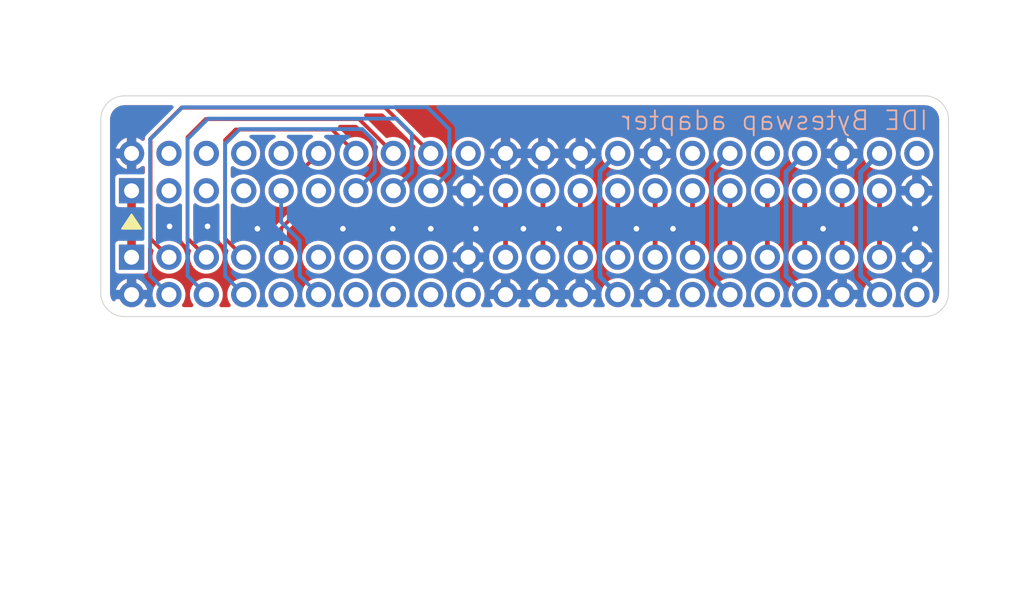
<source format=kicad_pcb>
(kicad_pcb (version 20241229) (generator "pcbnew") (generator_version "9.0")
  (title_block (title "IDE Byteswap adapter") (date "2025") (rev "A0") (company "Licensed under CERN-OHL-W v2") (comment 1 "(c)2025 Anders Granlund"))
  (layers (0 "F.Cu" signal) (4 "In1.Cu" signal) (6 "In2.Cu" signal) (2 "B.Cu" signal) (13 "F.Paste" user) (15 "B.Paste" user) (5 "F.SilkS" user "F.Silkscreen") (7 "B.SilkS" user "B.Silkscreen") (1 "F.Mask" user) (3 "B.Mask" user) (25 "Edge.Cuts" user))
  (net 0 "")
  (net 5 "/D4")
  (net 6 "/A2")
  (net 7 "/A1")
  (net 8 "/RDY")
  (net 9 "/RD")
  (net 10 "/D6")
  (net 11 "/D15")
  (net 12 "/CSEL")
  (net 13 "/D13")
  (net 14 "/D1")
  (net 15 "/WR")
  (net 16 "/GND")
  (net 17 "/RESET")
  (net 18 "/D14")
  (net 19 "/PDIAG")
  (net 20 "/5VM")
  (net 21 "/CS1FX")
  (net 22 "/5VL")
  (net 23 "/D10")
  (net 24 "/D8")
  (net 25 "/CS3FX")
  (net 26 "/INTRQ")
  (net 27 "/D9")
  (net 28 "/D7")
  (net 29 "/D0")
  (net 30 "/DMARQ")
  (net 31 "/D2")
  (net 32 "/D5")
  (net 33 "/DASP")
  (net 34 "/DMACK")
  (net 35 "/D12")
  (net 36 "/A0")
  (net 37 "/TYPE")
  (net 38 "/D11")
  (net 39 "/D3")
  (footprint "68k:IDE_Horizontal" (layer "F.Cu") (at 72.39 43.18 90)
    (property "Reference" "J101" (hide yes))
    (property "Value" "IDE44" (hide yes))
    (pad "1" thru_hole rect (at 0 0 90) (size 1.35 1.35) (drill 0.8) (layers "*.Cu" "*.Mask") (net 17 "/RESET"))
    (pad "2" thru_hole oval (at 2 0 90) (size 1.35 1.35) (drill 0.8) (layers "*.Cu" "*.Mask") (net 16 "/GND"))
    (pad "3" thru_hole oval (at 0 2 90) (size 1.35 1.35) (drill 0.8) (layers "*.Cu" "*.Mask") (net 11 "/D15"))
    (pad "4" thru_hole oval (at 2 2 90) (size 1.35 1.35) (drill 0.8) (layers "*.Cu" "*.Mask") (net 29 "/D0"))
    (pad "5" thru_hole oval (at 0 4 90) (size 1.35 1.35) (drill 0.8) (layers "*.Cu" "*.Mask") (net 18 "/D14"))
    (pad "6" thru_hole oval (at 2 4 90) (size 1.35 1.35) (drill 0.8) (layers "*.Cu" "*.Mask") (net 14 "/D1"))
    (pad "7" thru_hole oval (at 0 6 90) (size 1.35 1.35) (drill 0.8) (layers "*.Cu" "*.Mask") (net 13 "/D13"))
    (pad "8" thru_hole oval (at 2 6 90) (size 1.35 1.35) (drill 0.8) (layers "*.Cu" "*.Mask") (net 31 "/D2"))
    (pad "9" thru_hole oval (at 0 8 90) (size 1.35 1.35) (drill 0.8) (layers "*.Cu" "*.Mask") (net 35 "/D12"))
    (pad "10" thru_hole oval (at 2 8 90) (size 1.35 1.35) (drill 0.8) (layers "*.Cu" "*.Mask") (net 39 "/D3"))
    (pad "11" thru_hole oval (at 0 10 90) (size 1.35 1.35) (drill 0.8) (layers "*.Cu" "*.Mask") (net 38 "/D11"))
    (pad "12" thru_hole oval (at 2 10 90) (size 1.35 1.35) (drill 0.8) (layers "*.Cu" "*.Mask") (net 5 "/D4"))
    (pad "13" thru_hole oval (at 0 12 90) (size 1.35 1.35) (drill 0.8) (layers "*.Cu" "*.Mask") (net 23 "/D10"))
    (pad "14" thru_hole oval (at 2 12 90) (size 1.35 1.35) (drill 0.8) (layers "*.Cu" "*.Mask") (net 32 "/D5"))
    (pad "15" thru_hole oval (at 0 14 90) (size 1.35 1.35) (drill 0.8) (layers "*.Cu" "*.Mask") (net 27 "/D9"))
    (pad "16" thru_hole oval (at 2 14 90) (size 1.35 1.35) (drill 0.8) (layers "*.Cu" "*.Mask") (net 10 "/D6"))
    (pad "17" thru_hole oval (at 0 16 90) (size 1.35 1.35) (drill 0.8) (layers "*.Cu" "*.Mask") (net 24 "/D8"))
    (pad "18" thru_hole oval (at 2 16 90) (size 1.35 1.35) (drill 0.8) (layers "*.Cu" "*.Mask") (net 28 "/D7"))
    (pad "19" thru_hole oval (at 0 18 90) (size 1.35 1.35) (drill 0.8) (layers "*.Cu" "*.Mask") (net 16 "/GND"))
    (pad "20" thru_hole oval (at 2 18 90) (size 1.35 1.35) (drill 0.8) (layers "*.Cu" "*.Mask"))
    (pad "21" thru_hole oval (at 0 20 90) (size 1.35 1.35) (drill 0.8) (layers "*.Cu" "*.Mask") (net 30 "/DMARQ"))
    (pad "22" thru_hole oval (at 2 20 90) (size 1.35 1.35) (drill 0.8) (layers "*.Cu" "*.Mask") (net 16 "/GND"))
    (pad "23" thru_hole oval (at 0 22 90) (size 1.35 1.35) (drill 0.8) (layers "*.Cu" "*.Mask") (net 15 "/WR"))
    (pad "24" thru_hole oval (at 2 22 90) (size 1.35 1.35) (drill 0.8) (layers "*.Cu" "*.Mask") (net 16 "/GND"))
    (pad "25" thru_hole oval (at 0 24 90) (size 1.35 1.35) (drill 0.8) (layers "*.Cu" "*.Mask") (net 9 "/RD"))
    (pad "26" thru_hole oval (at 2 24 90) (size 1.35 1.35) (drill 0.8) (layers "*.Cu" "*.Mask") (net 16 "/GND"))
    (pad "27" thru_hole oval (at 0 26 90) (size 1.35 1.35) (drill 0.8) (layers "*.Cu" "*.Mask") (net 8 "/RDY"))
    (pad "28" thru_hole oval (at 2 26 90) (size 1.35 1.35) (drill 0.8) (layers "*.Cu" "*.Mask") (net 12 "/CSEL"))
    (pad "29" thru_hole oval (at 0 28 90) (size 1.35 1.35) (drill 0.8) (layers "*.Cu" "*.Mask") (net 34 "/DMACK"))
    (pad "30" thru_hole oval (at 2 28 90) (size 1.35 1.35) (drill 0.8) (layers "*.Cu" "*.Mask") (net 16 "/GND"))
    (pad "31" thru_hole oval (at 0 30 90) (size 1.35 1.35) (drill 0.8) (layers "*.Cu" "*.Mask") (net 26 "/INTRQ"))
    (pad "32" thru_hole oval (at 2 30 90) (size 1.35 1.35) (drill 0.8) (layers "*.Cu" "*.Mask"))
    (pad "33" thru_hole oval (at 0 32 90) (size 1.35 1.35) (drill 0.8) (layers "*.Cu" "*.Mask") (net 7 "/A1"))
    (pad "34" thru_hole oval (at 2 32 90) (size 1.35 1.35) (drill 0.8) (layers "*.Cu" "*.Mask") (net 19 "/PDIAG"))
    (pad "35" thru_hole oval (at 0 34 90) (size 1.35 1.35) (drill 0.8) (layers "*.Cu" "*.Mask") (net 36 "/A0"))
    (pad "36" thru_hole oval (at 2 34 90) (size 1.35 1.35) (drill 0.8) (layers "*.Cu" "*.Mask") (net 6 "/A2"))
    (pad "37" thru_hole oval (at 0 36 90) (size 1.35 1.35) (drill 0.8) (layers "*.Cu" "*.Mask") (net 21 "/CS1FX"))
    (pad "38" thru_hole oval (at 2 36 90) (size 1.35 1.35) (drill 0.8) (layers "*.Cu" "*.Mask") (net 25 "/CS3FX"))
    (pad "39" thru_hole oval (at 0 38 90) (size 1.35 1.35) (drill 0.8) (layers "*.Cu" "*.Mask") (net 33 "/DASP"))
    (pad "40" thru_hole oval (at 2 38 90) (size 1.35 1.35) (drill 0.8) (layers "*.Cu" "*.Mask") (net 16 "/GND"))
    (pad "41" thru_hole oval (at 0 40 90) (size 1.35 1.35) (drill 0.8) (layers "*.Cu" "*.Mask") (net 22 "/5VL"))
    (pad "42" thru_hole oval (at 2 40 90) (size 1.35 1.35) (drill 0.8) (layers "*.Cu" "*.Mask") (net 20 "/5VM"))
    (pad "43" thru_hole oval (at 0 42 90) (size 1.35 1.35) (drill 0.8) (layers "*.Cu" "*.Mask") (net 16 "/GND"))
    (pad "44" thru_hole oval (at 2 42 90) (size 1.35 1.35) (drill 0.8) (layers "*.Cu" "*.Mask") (net 37 "/TYPE"))
  )
  (footprint "68k:PinSocket_2x22_P2.00mm_Horizontal" (layer "B.Cu") (at 72.39 46.736 -90)
    (property "Reference" "J102" (hide yes))
    (property "Value" "IDE44" (hide yes))
    (pad "1" thru_hole rect (at 0 0 270) (size 1.35 1.35) (drill 0.8) (layers "*.Cu" "*.Mask") (net 17 "/RESET"))
    (pad "2" thru_hole oval (at 2 0 270) (size 1.35 1.35) (drill 0.8) (layers "*.Cu" "*.Mask") (net 16 "/GND"))
    (pad "3" thru_hole oval (at 0 -2 270) (size 1.35 1.35) (drill 0.8) (layers "*.Cu" "*.Mask") (net 28 "/D7"))
    (pad "4" thru_hole oval (at 2 -2 270) (size 1.35 1.35) (drill 0.8) (layers "*.Cu" "*.Mask") (net 24 "/D8"))
    (pad "5" thru_hole oval (at 0 -4 270) (size 1.35 1.35) (drill 0.8) (layers "*.Cu" "*.Mask") (net 10 "/D6"))
    (pad "6" thru_hole oval (at 2 -4 270) (size 1.35 1.35) (drill 0.8) (layers "*.Cu" "*.Mask") (net 27 "/D9"))
    (pad "7" thru_hole oval (at 0 -6 270) (size 1.35 1.35) (drill 0.8) (layers "*.Cu" "*.Mask") (net 32 "/D5"))
    (pad "8" thru_hole oval (at 2 -6 270) (size 1.35 1.35) (drill 0.8) (layers "*.Cu" "*.Mask") (net 23 "/D10"))
    (pad "9" thru_hole oval (at 0 -8 270) (size 1.35 1.35) (drill 0.8) (layers "*.Cu" "*.Mask") (net 5 "/D4"))
    (pad "10" thru_hole oval (at 2 -8 270) (size 1.35 1.35) (drill 0.8) (layers "*.Cu" "*.Mask") (net 38 "/D11"))
    (pad "11" thru_hole oval (at 0 -10 270) (size 1.35 1.35) (drill 0.8) (layers "*.Cu" "*.Mask") (net 39 "/D3"))
    (pad "12" thru_hole oval (at 2 -10 270) (size 1.35 1.35) (drill 0.8) (layers "*.Cu" "*.Mask") (net 35 "/D12"))
    (pad "13" thru_hole oval (at 0 -12 270) (size 1.35 1.35) (drill 0.8) (layers "*.Cu" "*.Mask") (net 31 "/D2"))
    (pad "14" thru_hole oval (at 2 -12 270) (size 1.35 1.35) (drill 0.8) (layers "*.Cu" "*.Mask") (net 13 "/D13"))
    (pad "15" thru_hole oval (at 0 -14 270) (size 1.35 1.35) (drill 0.8) (layers "*.Cu" "*.Mask") (net 14 "/D1"))
    (pad "16" thru_hole oval (at 2 -14 270) (size 1.35 1.35) (drill 0.8) (layers "*.Cu" "*.Mask") (net 18 "/D14"))
    (pad "17" thru_hole oval (at 0 -16 270) (size 1.35 1.35) (drill 0.8) (layers "*.Cu" "*.Mask") (net 29 "/D0"))
    (pad "18" thru_hole oval (at 2 -16 270) (size 1.35 1.35) (drill 0.8) (layers "*.Cu" "*.Mask") (net 11 "/D15"))
    (pad "19" thru_hole oval (at 0 -18 270) (size 1.35 1.35) (drill 0.8) (layers "*.Cu" "*.Mask") (net 16 "/GND"))
    (pad "20" thru_hole oval (at 2 -18 270) (size 1.35 1.35) (drill 0.8) (layers "*.Cu" "*.Mask"))
    (pad "21" thru_hole oval (at 0 -20 270) (size 1.35 1.35) (drill 0.8) (layers "*.Cu" "*.Mask") (net 30 "/DMARQ"))
    (pad "22" thru_hole oval (at 2 -20 270) (size 1.35 1.35) (drill 0.8) (layers "*.Cu" "*.Mask") (net 16 "/GND"))
    (pad "23" thru_hole oval (at 0 -22 270) (size 1.35 1.35) (drill 0.8) (layers "*.Cu" "*.Mask") (net 15 "/WR"))
    (pad "24" thru_hole oval (at 2 -22 270) (size 1.35 1.35) (drill 0.8) (layers "*.Cu" "*.Mask") (net 16 "/GND"))
    (pad "25" thru_hole oval (at 0 -24 270) (size 1.35 1.35) (drill 0.8) (layers "*.Cu" "*.Mask") (net 9 "/RD"))
    (pad "26" thru_hole oval (at 2 -24 270) (size 1.35 1.35) (drill 0.8) (layers "*.Cu" "*.Mask") (net 16 "/GND"))
    (pad "27" thru_hole oval (at 0 -26 270) (size 1.35 1.35) (drill 0.8) (layers "*.Cu" "*.Mask") (net 8 "/RDY"))
    (pad "28" thru_hole oval (at 2 -26 270) (size 1.35 1.35) (drill 0.8) (layers "*.Cu" "*.Mask") (net 12 "/CSEL"))
    (pad "29" thru_hole oval (at 0 -28 270) (size 1.35 1.35) (drill 0.8) (layers "*.Cu" "*.Mask") (net 34 "/DMACK"))
    (pad "30" thru_hole oval (at 2 -28 270) (size 1.35 1.35) (drill 0.8) (layers "*.Cu" "*.Mask") (net 16 "/GND"))
    (pad "31" thru_hole oval (at 0 -30 270) (size 1.35 1.35) (drill 0.8) (layers "*.Cu" "*.Mask") (net 26 "/INTRQ"))
    (pad "32" thru_hole oval (at 2 -30 270) (size 1.35 1.35) (drill 0.8) (layers "*.Cu" "*.Mask"))
    (pad "33" thru_hole oval (at 0 -32 270) (size 1.35 1.35) (drill 0.8) (layers "*.Cu" "*.Mask") (net 7 "/A1"))
    (pad "34" thru_hole oval (at 2 -32 270) (size 1.35 1.35) (drill 0.8) (layers "*.Cu" "*.Mask") (net 19 "/PDIAG"))
    (pad "35" thru_hole oval (at 0 -34 270) (size 1.35 1.35) (drill 0.8) (layers "*.Cu" "*.Mask") (net 36 "/A0"))
    (pad "36" thru_hole oval (at 2 -34 270) (size 1.35 1.35) (drill 0.8) (layers "*.Cu" "*.Mask") (net 6 "/A2"))
    (pad "37" thru_hole oval (at 0 -36 270) (size 1.35 1.35) (drill 0.8) (layers "*.Cu" "*.Mask") (net 21 "/CS1FX"))
    (pad "38" thru_hole oval (at 2 -36 270) (size 1.35 1.35) (drill 0.8) (layers "*.Cu" "*.Mask") (net 25 "/CS3FX"))
    (pad "39" thru_hole oval (at 0 -38 270) (size 1.35 1.35) (drill 0.8) (layers "*.Cu" "*.Mask") (net 33 "/DASP"))
    (pad "40" thru_hole oval (at 2 -38 270) (size 1.35 1.35) (drill 0.8) (layers "*.Cu" "*.Mask") (net 16 "/GND"))
    (pad "41" thru_hole oval (at 0 -40 270) (size 1.35 1.35) (drill 0.8) (layers "*.Cu" "*.Mask") (net 22 "/5VL"))
    (pad "42" thru_hole oval (at 2 -40 270) (size 1.35 1.35) (drill 0.8) (layers "*.Cu" "*.Mask") (net 20 "/5VM"))
    (pad "43" thru_hole oval (at 0 -42 270) (size 1.35 1.35) (drill 0.8) (layers "*.Cu" "*.Mask") (net 16 "/GND"))
    (pad "44" thru_hole oval (at 2 -42 270) (size 1.35 1.35) (drill 0.8) (layers "*.Cu" "*.Mask") (net 37 "/TYPE"))
  )
  (gr_poly (pts (xy 72.39 44.45) (xy 71.882 45.212) (xy 72.898 45.212)) (stroke (width 0.1)) (fill yes) (layer "F.SilkS"))
  (gr_line (start 72.009 38.1) (end 114.808 38.1) (stroke (width 0.05)) (layer "Edge.Cuts"))
  (gr_arc (start 72.009 49.911) (mid 71.110974 49.539026) (end 70.739 48.641) (stroke (width 0.05)) (layer "Edge.Cuts"))
  (gr_line (start 114.808 49.911) (end 72.009 49.911) (stroke (width 0.05)) (layer "Edge.Cuts"))
  (gr_line (start 116.078 39.37) (end 116.078 48.641) (stroke (width 0.05)) (layer "Edge.Cuts"))
  (gr_arc (start 116.078 48.641) (mid 115.706026 49.539026) (end 114.808 49.911) (stroke (width 0.05)) (layer "Edge.Cuts"))
  (gr_arc (start 70.739 39.37) (mid 71.110974 38.471974) (end 72.009 38.1) (stroke (width 0.05)) (layer "Edge.Cuts"))
  (gr_line (start 70.739 48.641) (end 70.739 39.37) (stroke (width 0.05)) (layer "Edge.Cuts"))
  (gr_arc (start 114.808 38.1) (mid 115.706026 38.471974) (end 116.078 39.37) (stroke (width 0.05)) (layer "Edge.Cuts"))
  (gr_text "IDE Byteswap adapter" (at 115.062 40.005 0) (layer "B.SilkS") (effects (font (size 1 1) (thickness 0.1)) (justify left bottom mirror)))
  (segment (start 80.39 45.1876) (end 81.407 44.1706) (width 0.2032) (layer "F.Cu") (net 5))
  (segment (start 81.407 44.1706) (end 81.407 42.163) (width 0.2032) (layer "F.Cu") (net 5))
  (segment (start 80.39 45.1876) (end 80.39 46.736) (width 0.2032) (layer "F.Cu") (net 5))
  (segment (start 81.407 42.163) (end 82.39 41.18) (width 0.2032) (layer "F.Cu") (net 5))
  (segment (start 104.39 46.736) (end 104.39 43.18) (width 0.254) (layer "F.Cu") (net 7))
  (segment (start 98.39 46.736) (end 98.39 43.18) (width 0.254) (layer "F.Cu") (net 8))
  (segment (start 96.39 46.736) (end 96.39 43.18) (width 0.254) (layer "F.Cu") (net 9))
  (segment (start 75.3872 45.7332) (end 75.3872 40.3098) (width 0.2032) (layer "F.Cu") (net 10))
  (segment (start 75.3872 40.3098) (end 76.3524 39.3446) (width 0.2032) (layer "F.Cu") (net 10))
  (segment (start 84.5566 39.3446) (end 86.39 41.178) (width 0.2032) (layer "F.Cu") (net 10))
  (segment (start 76.39 46.736) (end 75.3872 45.7332) (width 0.2032) (layer "F.Cu") (net 10))
  (segment (start 76.3524 39.3446) (end 84.5566 39.3446) (width 0.2032) (layer "F.Cu") (net 10))
  (segment (start 86.39 41.178) (end 86.39 41.18) (width 0.2032) (layer "F.Cu") (net 10))
  (segment (start 98.39 41.18) (end 97.4346 42.1354) (width 0.254) (layer "B.Cu") (net 12))
  (segment (start 97.4346 47.7806) (end 98.39 48.736) (width 0.254) (layer "B.Cu") (net 12))
  (segment (start 97.4346 42.1354) (end 97.4346 47.7806) (width 0.254) (layer "B.Cu") (net 12))
  (segment (start 94.39 46.736) (end 94.39 43.18) (width 0.254) (layer "F.Cu") (net 15))
  (via (at 83.693 45.212) (size 0.6) (drill 0.3) (layers "F.Cu" "B.Cu") (net 16))
  (via (at 90.805 45.212) (size 0.6) (drill 0.3) (layers "F.Cu" "B.Cu") (net 16))
  (via (at 74.422 45.085) (size 0.6) (drill 0.3) (layers "F.Cu" "B.Cu") (net 16))
  (via (at 114.3 45.212) (size 0.6) (drill 0.3) (layers "F.Cu" "B.Cu") (net 16))
  (via (at 95.25 45.212) (size 0.6) (drill 0.3) (layers "F.Cu" "B.Cu") (net 16))
  (via (at 86.36 45.212) (size 0.6) (drill 0.3) (layers "F.Cu" "B.Cu") (net 16))
  (via (at 76.454 45.085) (size 0.6) (drill 0.3) (layers "F.Cu" "B.Cu") (net 16))
  (via (at 88.392 45.212) (size 0.6) (drill 0.3) (layers "F.Cu" "B.Cu") (net 16))
  (via (at 93.345 45.212) (size 0.6) (drill 0.3) (layers "F.Cu" "B.Cu") (net 16))
  (via (at 99.3902 45.212) (size 0.6) (drill 0.3) (layers "F.Cu" "B.Cu") (net 16))
  (via (at 79.121 45.212) (size 0.6) (drill 0.3) (layers "F.Cu" "B.Cu") (net 16))
  (via (at 101.346 45.212) (size 0.6) (drill 0.3) (layers "F.Cu" "B.Cu") (net 16))
  (via (at 109.3724 45.212) (size 0.6) (drill 0.3) (layers "F.Cu" "B.Cu") (net 16))
  (segment (start 72.39 43.18) (end 72.39 46.736) (width 0.4572) (layer "F.Cu") (net 17))
  (segment (start 104.39 41.18) (end 103.4034 42.1666) (width 0.254) (layer "B.Cu") (net 19))
  (segment (start 103.4034 47.7494) (end 104.39 48.736) (width 0.254) (layer "B.Cu") (net 19))
  (segment (start 103.4034 42.1666) (end 103.4034 47.7494) (width 0.254) (layer "B.Cu") (net 19))
  (segment (start 112.39 41.18) (end 111.379 42.191) (width 0.254) (layer "B.Cu") (net 20))
  (segment (start 111.379 42.191) (end 111.379 47.725) (width 0.254) (layer "B.Cu") (net 20))
  (segment (start 111.379 47.725) (end 112.39 48.736) (width 0.254) (layer "B.Cu") (net 20))
  (segment (start 108.39 46.736) (end 108.39 43.18) (width 0.254) (layer "F.Cu") (net 21))
  (segment (start 112.39 46.736) (end 112.39 43.18) (width 0.254) (layer "F.Cu") (net 22))
  (segment (start 85.3948 40.5384) (end 84.7344 39.878) (width 0.2032) (layer "B.Cu") (net 23))
  (segment (start 77.3938 47.7398) (end 78.39 48.736) (width 0.2032) (layer "B.Cu") (net 23))
  (segment (start 77.3938 40.6654) (end 77.3938 47.7398) (width 0.2032) (layer "B.Cu") (net 23))
  (segment (start 85.3948 42.1752) (end 85.3948 40.5384) (width 0.2032) (layer "B.Cu") (net 23))
  (segment (start 78.1812 39.878) (end 77.3938 40.6654) (width 0.2032) (layer "B.Cu") (net 23))
  (segment (start 84.39 43.18) (end 85.3948 42.1752) (width 0.2032) (layer "B.Cu") (net 23))
  (segment (start 84.7344 39.878) (end 78.1812 39.878) (width 0.2032) (layer "B.Cu") (net 23))
  (segment (start 88.2142 38.7096) (end 75.1078 38.7096) (width 0.2032) (layer "B.Cu") (net 24))
  (segment (start 73.3806 47.7266) (end 74.39 48.736) (width 0.2032) (layer "B.Cu") (net 24))
  (segment (start 88.39 43.18) (end 89.3826 42.1874) (width 0.2032) (layer "B.Cu") (net 24))
  (segment (start 73.3806 40.4368) (end 73.3806 47.7266) (width 0.2032) (layer "B.Cu") (net 24))
  (segment (start 89.3826 39.878) (end 88.2142 38.7096) (width 0.2032) (layer "B.Cu") (net 24))
  (segment (start 89.3826 42.1874) (end 89.3826 39.878) (width 0.2032) (layer "B.Cu") (net 24))
  (segment (start 75.1078 38.7096) (end 73.3806 40.4368) (width 0.2032) (layer "B.Cu") (net 24))
  (segment (start 107.3912 47.7372) (end 108.39 48.736) (width 0.254) (layer "B.Cu") (net 25))
  (segment (start 107.3912 42.1788) (end 107.3912 47.7372) (width 0.254) (layer "B.Cu") (net 25))
  (segment (start 108.39 41.18) (end 107.3912 42.1788) (width 0.254) (layer "B.Cu") (net 25))
  (segment (start 102.39 46.736) (end 102.39 43.18) (width 0.254) (layer "F.Cu") (net 26))
  (segment (start 76.4794 39.3192) (end 75.3872 40.4114) (width 0.2032) (layer "B.Cu") (net 27))
  (segment (start 86.39 43.18) (end 87.376 42.194) (width 0.2032) (layer "B.Cu") (net 27))
  (segment (start 75.3872 40.4114) (end 75.3872 47.7332) (width 0.2032) (layer "B.Cu") (net 27))
  (segment (start 87.376 42.194) (end 87.376 40.132) (width 0.2032) (layer "B.Cu") (net 27))
  (segment (start 87.376 40.132) (end 86.5632 39.3192) (width 0.2032) (layer "B.Cu") (net 27))
  (segment (start 86.5632 39.3192) (end 76.4794 39.3192) (width 0.2032) (layer "B.Cu") (net 27))
  (segment (start 75.3872 47.7332) (end 76.39 48.736) (width 0.2032) (layer "B.Cu") (net 27))
  (segment (start 88.39 41.1714) (end 88.39 41.18) (width 0.2032) (layer "F.Cu") (net 28))
  (segment (start 74.39 46.736) (end 73.406 45.752) (width 0.2032) (layer "F.Cu") (net 28))
  (segment (start 73.406 40.386) (end 75.057 38.735) (width 0.2032) (layer "F.Cu") (net 28))
  (segment (start 85.9536 38.735) (end 88.39 41.1714) (width 0.2032) (layer "F.Cu") (net 28))
  (segment (start 75.057 38.735) (end 85.9536 38.735) (width 0.2032) (layer "F.Cu") (net 28))
  (segment (start 73.406 45.752) (end 73.406 40.386) (width 0.2032) (layer "F.Cu") (net 28))
  (segment (start 92.39 46.736) (end 92.39 43.18) (width 0.254) (layer "F.Cu") (net 30))
  (segment (start 77.9526 39.9034) (end 83.1134 39.9034) (width 0.2032) (layer "F.Cu") (net 32))
  (segment (start 83.1134 39.9034) (end 84.39 41.18) (width 0.2032) (layer "F.Cu") (net 32))
  (segment (start 77.3938 40.4622) (end 77.9526 39.9034) (width 0.2032) (layer "F.Cu") (net 32))
  (segment (start 77.3938 45.7398) (end 77.3938 40.4622) (width 0.2032) (layer "F.Cu") (net 32))
  (segment (start 78.39 46.736) (end 77.3938 45.7398) (width 0.2032) (layer "F.Cu") (net 32))
  (segment (start 110.39 46.736) (end 110.39 43.18) (width 0.254) (layer "F.Cu") (net 33))
  (segment (start 100.39 46.736) (end 100.39 43.18) (width 0.254) (layer "F.Cu") (net 34))
  (segment (start 81.3816 47.7276) (end 82.39 48.736) (width 0.2032) (layer "B.Cu") (net 35))
  (segment (start 80.39 43.18) (end 80.39 44.8554) (width 0.2032) (layer "B.Cu") (net 35))
  (segment (start 80.39 44.8554) (end 81.3816 45.847) (width 0.2032) (layer "B.Cu") (net 35))
  (segment (start 81.3816 45.847) (end 81.3816 47.7276) (width 0.2032) (layer "B.Cu") (net 35))
  (segment (start 106.39 46.736) (end 106.39 43.18) (width 0.254) (layer "F.Cu") (net 36))
  (zone (net 16) (net_name "/GND") (layer "F.Cu") (connect_pads (clearance 0.2032)) (min_thickness 0.2032) (fill yes (thermal_gap 0.2032) (thermal_bridge_width 0.5))
    (polygon (pts (xy 69.5198 37.1856) (xy 117.4242 37.1856) (xy 117.5766 55.372) (xy 69.0372 55.0926)))
  )
  (zone (net 16) (net_name "/GND") (layer "B.Cu") (priority 3) (connect_pads (clearance 0.2032)) (min_thickness 0.2032) (fill yes (thermal_gap 0.2032) (thermal_bridge_width 0.5))
    (polygon (pts (xy 65.7606 35.4838) (xy 120.1166 35.0774) (xy 120.1166 65.3542) (xy 65.3542 64.3128)))
  )
)
</source>
